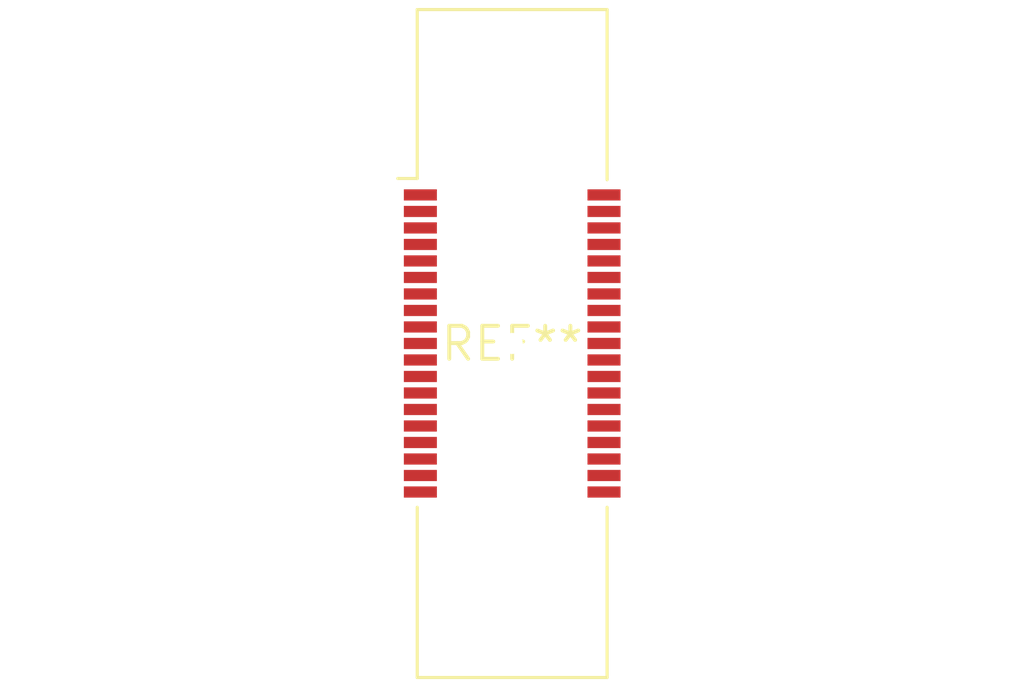
<source format=kicad_pcb>
(kicad_pcb (version 20240108) (generator pcbnew)
  (layers (0 "F.Cu" signal) (31 "B.Cu" signal) (34 "B.Paste" user) (35 "F.Paste" user) (36 "B.SilkS" user "B.Silkscreen") (37 "F.SilkS" user "F.Silkscreen") (38 "B.Mask" user) (39 "F.Mask" user) (44 "Edge.Cuts" user))
  (net 0 "")
  (footprint "TE_5767171-1_2x19_P0.635mm_Vertical" (layer "F.Cu") (at 0 0)
    (property "Reference" "REF**")
    (property "Value" "TE_5767171-1_2x19_P0.635mm_Vertical")
    (fp_line (start -3.65 -12.8575) (end 3.65 -12.8575) (layer "F.SilkS") (stroke (width 0.12)))
    (fp_line (start -3.65 -6.3575) (end -4.4 -6.3575) (layer "F.SilkS") (stroke (width 0.12)))
    (fp_line (start -3.65 -6.3575) (end -3.65 -12.8575) (layer "F.SilkS") (stroke (width 0.12)))
    (fp_line (start -3.65 12.8425) (end -3.65 6.2925) (layer "F.SilkS") (stroke (width 0.12)))
    (fp_line (start 3.65 -12.8575) (end 3.65 -6.3075) (layer "F.SilkS") (stroke (width 0.12)))
    (fp_line (start 3.65 6.2925) (end 3.65 12.8425) (layer "F.SilkS") (stroke (width 0.12)))
    (fp_line (start 3.65 12.8425) (end -3.65 12.8425) (layer "F.SilkS") (stroke (width 0.12)))
    (pad "" np_thru_hole circle (at 0 -11.44 90) (size 2.39 2.39) (drill 2.39) (layers *.Cu *.Mask))
    (pad "1" smd rect (at -3.53 -5.725 180) (size 1.27 0.43) (layers "F.Cu" "F.Paste" "F.Mask"))
    (pad "2" smd rect (at 3.53 -5.725 180) (size 1.27 0.43) (layers "F.Cu" "F.Paste" "F.Mask"))
    (pad "3" smd rect (at -3.53 -5.09 180) (size 1.27 0.43) (layers "F.Cu" "F.Paste" "F.Mask"))
    (pad "4" smd rect (at 3.53 -5.09 180) (size 1.27 0.43) (layers "F.Cu" "F.Paste" "F.Mask"))
    (pad "5" smd rect (at -3.53 -4.455 180) (size 1.27 0.43) (layers "F.Cu" "F.Paste" "F.Mask"))
    (pad "6" smd rect (at 3.53 -4.455 180) (size 1.27 0.43) (layers "F.Cu" "F.Paste" "F.Mask"))
    (pad "7" smd rect (at -3.53 -3.82 180) (size 1.27 0.43) (layers "F.Cu" "F.Paste" "F.Mask"))
    (pad "8" smd rect (at 3.53 -3.82 180) (size 1.27 0.43) (layers "F.Cu" "F.Paste" "F.Mask"))
    (pad "9" smd rect (at -3.53 -3.185 180) (size 1.27 0.43) (layers "F.Cu" "F.Paste" "F.Mask"))
    (pad "10" smd rect (at 3.53 -3.185 180) (size 1.27 0.43) (layers "F.Cu" "F.Paste" "F.Mask"))
    (pad "11" smd rect (at -3.53 -2.55 180) (size 1.27 0.43) (layers "F.Cu" "F.Paste" "F.Mask"))
    (pad "12" smd rect (at 3.53 -2.55 180) (size 1.27 0.43) (layers "F.Cu" "F.Paste" "F.Mask"))
    (pad "13" smd rect (at -3.53 -1.915 180) (size 1.27 0.43) (layers "F.Cu" "F.Paste" "F.Mask"))
    (pad "14" smd rect (at 3.53 -1.915 180) (size 1.27 0.43) (layers "F.Cu" "F.Paste" "F.Mask"))
    (pad "15" smd rect (at -3.53 -1.28 180) (size 1.27 0.43) (layers "F.Cu" "F.Paste" "F.Mask"))
    (pad "16" smd rect (at 3.53 -1.28 180) (size 1.27 0.43) (layers "F.Cu" "F.Paste" "F.Mask"))
    (pad "17" smd rect (at -3.53 -0.645 180) (size 1.27 0.43) (layers "F.Cu" "F.Paste" "F.Mask"))
    (pad "18" smd rect (at 3.53 -0.645 180) (size 1.27 0.43) (layers "F.Cu" "F.Paste" "F.Mask"))
    (pad "19" smd rect (at -3.53 -0.01 180) (size 1.27 0.43) (layers "F.Cu" "F.Paste" "F.Mask"))
    (pad "20" smd rect (at 3.53 -0.01 180) (size 1.27 0.43) (layers "F.Cu" "F.Paste" "F.Mask"))
    (pad "21" smd rect (at -3.53 0.625 180) (size 1.27 0.43) (layers "F.Cu" "F.Paste" "F.Mask"))
    (pad "22" smd rect (at 3.53 0.625 180) (size 1.27 0.43) (layers "F.Cu" "F.Paste" "F.Mask"))
    (pad "23" smd rect (at -3.53 1.26 180) (size 1.27 0.43) (layers "F.Cu" "F.Paste" "F.Mask"))
    (pad "24" smd rect (at 3.53 1.26 180) (size 1.27 0.43) (layers "F.Cu" "F.Paste" "F.Mask"))
    (pad "25" smd rect (at -3.53 1.895 180) (size 1.27 0.43) (layers "F.Cu" "F.Paste" "F.Mask"))
    (pad "26" smd rect (at 3.53 1.895 180) (size 1.27 0.43) (layers "F.Cu" "F.Paste" "F.Mask"))
    (pad "27" smd rect (at -3.53 2.53 180) (size 1.27 0.43) (layers "F.Cu" "F.Paste" "F.Mask"))
    (pad "28" smd rect (at 3.53 2.53 180) (size 1.27 0.43) (layers "F.Cu" "F.Paste" "F.Mask"))
    (pad "29" smd rect (at -3.53 3.165 180) (size 1.27 0.43) (layers "F.Cu" "F.Paste" "F.Mask"))
    (pad "30" smd rect (at 3.53 3.165 180) (size 1.27 0.43) (layers "F.Cu" "F.Paste" "F.Mask"))
    (pad "31" smd rect (at -3.53 3.8 180) (size 1.27 0.43) (layers "F.Cu" "F.Paste" "F.Mask"))
    (pad "32" smd rect (at 3.53 3.8 180) (size 1.27 0.43) (layers "F.Cu" "F.Paste" "F.Mask"))
    (pad "33" smd rect (at -3.53 4.435 180) (size 1.27 0.43) (layers "F.Cu" "F.Paste" "F.Mask"))
    (pad "34" smd rect (at 3.53 4.435 180) (size 1.27 0.43) (layers "F.Cu" "F.Paste" "F.Mask"))
    (pad "35" smd rect (at -3.53 5.07 180) (size 1.27 0.43) (layers "F.Cu" "F.Paste" "F.Mask"))
    (pad "36" smd rect (at 3.53 5.07 180) (size 1.27 0.43) (layers "F.Cu" "F.Paste" "F.Mask"))
    (pad "37" smd rect (at -3.53 5.705 180) (size 1.27 0.43) (layers "F.Cu" "F.Paste" "F.Mask"))
    (pad "38" smd rect (at 3.53 5.705 180) (size 1.27 0.43) (layers "F.Cu" "F.Paste" "F.Mask"))
    (pad "SH" thru_hole circle (at 0 -5.09 90) (size 1.318 1.318) (drill 0.81) (layers *.Cu *.Mask) (remove_unused_layers))
    (pad "SH" thru_hole circle (at 0 -2.55 90) (size 1.318 1.318) (drill 0.81) (layers *.Cu *.Mask) (remove_unused_layers))
    (pad "SH" thru_hole circle (at 0 -0.01 90) (size 1.318 1.318) (drill 0.81) (layers *.Cu *.Mask) (remove_unused_layers))
    (pad "SH" thru_hole circle (at 0 2.53 90) (size 1.318 1.318) (drill 0.81) (layers *.Cu *.Mask) (remove_unused_layers))
    (pad "SH" thru_hole circle (at 0 5.07 90) (size 1.318 1.318) (drill 0.81) (layers *.Cu *.Mask) (remove_unused_layers))
  )
)
</source>
